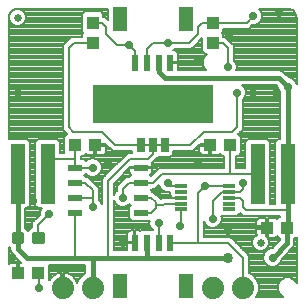
<source format=gtl>
G75*
%MOIN*%
%OFA0B0*%
%FSLAX25Y25*%
%IPPOS*%
%LPD*%
%AMOC8*
5,1,8,0,0,1.08239X$1,22.5*
%
%ADD10R,0.40000X0.12500*%
%ADD11R,0.04331X0.03937*%
%ADD12R,0.04724X0.02362*%
%ADD13R,0.04724X0.07874*%
%ADD14R,0.02362X0.05315*%
%ADD15R,0.03937X0.04331*%
%ADD16R,0.02500X0.05000*%
%ADD17R,0.01600X0.01000*%
%ADD18C,0.07400*%
%ADD19C,0.02500*%
%ADD20R,0.03937X0.01181*%
%ADD21C,0.01181*%
%ADD22R,0.05000X0.20000*%
%ADD23C,0.00800*%
%ADD24C,0.01600*%
%ADD25C,0.03400*%
%ADD26C,0.02900*%
D10*
X0178333Y0111250D03*
D11*
X0159180Y0097500D03*
X0152487Y0097500D03*
X0197487Y0097500D03*
X0204180Y0097500D03*
X0216487Y0070000D03*
X0223180Y0070000D03*
X0140180Y0055000D03*
X0133487Y0055000D03*
D12*
X0152310Y0075000D03*
X0152310Y0080000D03*
X0152310Y0085000D03*
X0152310Y0090000D03*
X0174357Y0090000D03*
X0174357Y0085000D03*
X0174357Y0080000D03*
X0174357Y0075000D03*
D13*
X0167310Y0050531D03*
X0189357Y0050531D03*
X0189357Y0139469D03*
X0167310Y0139469D03*
D14*
X0172428Y0125000D03*
X0176365Y0125000D03*
X0180302Y0125000D03*
X0184239Y0125000D03*
X0184239Y0065000D03*
X0180302Y0065000D03*
X0176365Y0065000D03*
X0172428Y0065000D03*
D15*
X0158333Y0131654D03*
X0158333Y0138346D03*
X0198333Y0138346D03*
X0198333Y0131654D03*
D16*
X0182333Y0097500D03*
X0178333Y0097500D03*
X0174333Y0097500D03*
D17*
X0176333Y0097500D03*
X0180333Y0097500D03*
D18*
X0198333Y0050000D03*
X0208333Y0050000D03*
X0158333Y0050000D03*
X0148333Y0050000D03*
D19*
X0214333Y0065000D03*
X0133333Y0140000D03*
D20*
X0187762Y0083937D03*
X0187762Y0081969D03*
X0187762Y0080000D03*
X0187762Y0078031D03*
X0187762Y0076063D03*
X0203904Y0076063D03*
X0203904Y0078031D03*
X0203904Y0080000D03*
X0203904Y0081969D03*
X0203904Y0083937D03*
D21*
X0138908Y0067878D02*
X0138908Y0065122D01*
X0138908Y0067878D02*
X0141664Y0067878D01*
X0141664Y0065122D01*
X0138908Y0065122D01*
X0138908Y0066302D02*
X0141664Y0066302D01*
X0141664Y0067482D02*
X0138908Y0067482D01*
X0132003Y0067878D02*
X0132003Y0065122D01*
X0132003Y0067878D02*
X0134759Y0067878D01*
X0134759Y0065122D01*
X0132003Y0065122D01*
X0132003Y0066302D02*
X0134759Y0066302D01*
X0134759Y0067482D02*
X0132003Y0067482D01*
D22*
X0133333Y0088000D03*
X0143333Y0088000D03*
X0213333Y0088000D03*
X0223333Y0088000D03*
D23*
X0130333Y0063693D02*
X0130333Y0057960D01*
X0130462Y0058089D01*
X0130781Y0058273D01*
X0131137Y0058368D01*
X0133087Y0058368D01*
X0133087Y0055400D01*
X0133887Y0055400D01*
X0133887Y0058368D01*
X0134571Y0058368D01*
X0131299Y0061641D01*
X0130933Y0062523D01*
X0130933Y0063093D01*
X0130333Y0063693D01*
X0130333Y0063366D02*
X0130661Y0063366D01*
X0130933Y0062567D02*
X0130333Y0062567D01*
X0130333Y0061769D02*
X0131246Y0061769D01*
X0131969Y0060970D02*
X0130333Y0060970D01*
X0130333Y0060172D02*
X0132767Y0060172D01*
X0133566Y0059373D02*
X0130333Y0059373D01*
X0130333Y0058575D02*
X0134365Y0058575D01*
X0133887Y0057776D02*
X0133087Y0057776D01*
X0133087Y0056978D02*
X0133887Y0056978D01*
X0133887Y0056179D02*
X0133087Y0056179D01*
X0140180Y0055000D02*
X0140333Y0054846D01*
X0140333Y0050000D01*
X0143945Y0052621D02*
X0143945Y0057600D01*
X0155933Y0057600D01*
X0155933Y0054743D01*
X0155331Y0054493D01*
X0153840Y0053002D01*
X0153213Y0051487D01*
X0153060Y0051958D01*
X0152695Y0052673D01*
X0152223Y0053322D01*
X0151656Y0053890D01*
X0151006Y0054362D01*
X0150291Y0054726D01*
X0149528Y0054974D01*
X0148735Y0055100D01*
X0148733Y0055100D01*
X0148733Y0050400D01*
X0147933Y0050400D01*
X0147933Y0055100D01*
X0147932Y0055100D01*
X0147139Y0054974D01*
X0146376Y0054726D01*
X0145660Y0054362D01*
X0145011Y0053890D01*
X0144443Y0053322D01*
X0143971Y0052673D01*
X0143945Y0052621D01*
X0143945Y0052985D02*
X0144198Y0052985D01*
X0143945Y0053784D02*
X0144904Y0053784D01*
X0143945Y0054582D02*
X0146093Y0054582D01*
X0147933Y0054582D02*
X0148733Y0054582D01*
X0148733Y0053784D02*
X0147933Y0053784D01*
X0147933Y0052985D02*
X0148733Y0052985D01*
X0148733Y0052187D02*
X0147933Y0052187D01*
X0147933Y0051388D02*
X0148733Y0051388D01*
X0148733Y0050590D02*
X0147933Y0050590D01*
X0151762Y0053784D02*
X0154622Y0053784D01*
X0153833Y0052985D02*
X0152468Y0052985D01*
X0152943Y0052187D02*
X0153502Y0052187D01*
X0155546Y0054582D02*
X0150574Y0054582D01*
X0155933Y0055381D02*
X0143945Y0055381D01*
X0143945Y0056179D02*
X0155933Y0056179D01*
X0155933Y0056978D02*
X0143945Y0056978D01*
X0152310Y0060000D02*
X0153333Y0060000D01*
X0152310Y0060000D02*
X0152310Y0075000D01*
X0158333Y0077000D02*
X0158333Y0080000D01*
X0152310Y0080000D01*
X0158333Y0080000D02*
X0158333Y0082500D01*
X0155833Y0085000D01*
X0152310Y0085000D01*
X0155616Y0087500D02*
X0156068Y0087952D01*
X0156606Y0087414D01*
X0157727Y0086950D01*
X0158940Y0086950D01*
X0160061Y0087414D01*
X0160919Y0088272D01*
X0161383Y0089393D01*
X0161383Y0090607D01*
X0160919Y0091728D01*
X0160061Y0092586D01*
X0158940Y0093050D01*
X0157727Y0093050D01*
X0156606Y0092586D01*
X0156068Y0092048D01*
X0155335Y0092781D01*
X0154487Y0092781D01*
X0154487Y0093931D01*
X0155315Y0093931D01*
X0155975Y0094591D01*
X0156155Y0094411D01*
X0156474Y0094227D01*
X0156830Y0094131D01*
X0158780Y0094131D01*
X0158780Y0097100D01*
X0159580Y0097100D01*
X0159580Y0097900D01*
X0162605Y0097900D01*
X0165005Y0095500D01*
X0166662Y0095500D01*
X0171483Y0095500D01*
X0171483Y0095000D01*
X0170005Y0095000D01*
X0162505Y0087500D01*
X0161333Y0086328D01*
X0161333Y0077727D01*
X0160919Y0078728D01*
X0160333Y0079313D01*
X0160333Y0083328D01*
X0156662Y0087000D01*
X0156116Y0087000D01*
X0155616Y0087500D01*
X0155795Y0087321D02*
X0156831Y0087321D01*
X0157139Y0086523D02*
X0161527Y0086523D01*
X0161333Y0085724D02*
X0157938Y0085724D01*
X0158736Y0084926D02*
X0161333Y0084926D01*
X0161333Y0084127D02*
X0159535Y0084127D01*
X0160333Y0083329D02*
X0161333Y0083329D01*
X0161333Y0082530D02*
X0160333Y0082530D01*
X0160333Y0081732D02*
X0161333Y0081732D01*
X0161333Y0080933D02*
X0160333Y0080933D01*
X0160333Y0080134D02*
X0161333Y0080134D01*
X0161333Y0079336D02*
X0160333Y0079336D01*
X0160998Y0078537D02*
X0161333Y0078537D01*
X0161329Y0077739D02*
X0161333Y0077739D01*
X0165333Y0077739D02*
X0166281Y0077739D01*
X0166606Y0077414D02*
X0167727Y0076950D01*
X0168940Y0076950D01*
X0170061Y0077414D01*
X0170599Y0077952D01*
X0171051Y0077500D01*
X0170395Y0076844D01*
X0170395Y0073156D01*
X0171332Y0072219D01*
X0177330Y0072219D01*
X0177283Y0072107D01*
X0177283Y0070893D01*
X0177748Y0069772D01*
X0178302Y0069218D01*
X0178302Y0069164D01*
X0178209Y0069257D01*
X0174521Y0069257D01*
X0174198Y0068934D01*
X0174149Y0068962D01*
X0173793Y0069057D01*
X0172618Y0069057D01*
X0172618Y0065191D01*
X0172237Y0065191D01*
X0172237Y0069057D01*
X0171062Y0069057D01*
X0170706Y0068962D01*
X0170387Y0068778D01*
X0170126Y0068517D01*
X0169942Y0068198D01*
X0169847Y0067842D01*
X0169847Y0065191D01*
X0172237Y0065191D01*
X0172237Y0064809D01*
X0169847Y0064809D01*
X0169847Y0062400D01*
X0165333Y0062400D01*
X0165333Y0079273D01*
X0165748Y0078272D01*
X0166606Y0077414D01*
X0165333Y0076940D02*
X0170491Y0076940D01*
X0170395Y0076142D02*
X0165333Y0076142D01*
X0165333Y0075343D02*
X0170395Y0075343D01*
X0170395Y0074545D02*
X0165333Y0074545D01*
X0165333Y0073746D02*
X0170395Y0073746D01*
X0170603Y0072948D02*
X0165333Y0072948D01*
X0165333Y0072149D02*
X0177301Y0072149D01*
X0177283Y0071351D02*
X0165333Y0071351D01*
X0165333Y0070552D02*
X0177425Y0070552D01*
X0177766Y0069754D02*
X0165333Y0069754D01*
X0165333Y0068955D02*
X0170695Y0068955D01*
X0169931Y0068157D02*
X0165333Y0068157D01*
X0165333Y0067358D02*
X0169847Y0067358D01*
X0169847Y0066560D02*
X0165333Y0066560D01*
X0165333Y0065761D02*
X0169847Y0065761D01*
X0169847Y0064164D02*
X0165333Y0064164D01*
X0165333Y0063366D02*
X0169847Y0063366D01*
X0169847Y0062567D02*
X0165333Y0062567D01*
X0165333Y0064963D02*
X0172237Y0064963D01*
X0172237Y0065761D02*
X0172618Y0065761D01*
X0172618Y0066560D02*
X0172237Y0066560D01*
X0172237Y0067358D02*
X0172618Y0067358D01*
X0172618Y0068157D02*
X0172237Y0068157D01*
X0172237Y0068955D02*
X0172618Y0068955D01*
X0174161Y0068955D02*
X0174219Y0068955D01*
X0180302Y0071469D02*
X0180333Y0071500D01*
X0180302Y0071469D02*
X0180302Y0065000D01*
X0184239Y0065000D02*
X0193333Y0065000D01*
X0203333Y0065000D01*
X0208333Y0060000D01*
X0208333Y0050000D01*
X0212045Y0053784D02*
X0226333Y0053784D01*
X0226333Y0054582D02*
X0211121Y0054582D01*
X0211336Y0054493D02*
X0210333Y0054908D01*
X0210333Y0060828D01*
X0205333Y0065828D01*
X0204162Y0067000D01*
X0195333Y0067000D01*
X0195333Y0072273D01*
X0195748Y0071272D01*
X0196606Y0070414D01*
X0197727Y0069950D01*
X0198940Y0069950D01*
X0200061Y0070414D01*
X0200919Y0071272D01*
X0201383Y0072393D01*
X0201383Y0073607D01*
X0201273Y0073872D01*
X0206535Y0073872D01*
X0207473Y0074810D01*
X0207473Y0075032D01*
X0208505Y0074000D01*
X0220933Y0074000D01*
X0220933Y0073568D01*
X0220352Y0073568D01*
X0219692Y0072909D01*
X0219512Y0073089D01*
X0219193Y0073273D01*
X0218837Y0073368D01*
X0216887Y0073368D01*
X0216887Y0070400D01*
X0216087Y0070400D01*
X0216087Y0073368D01*
X0214137Y0073368D01*
X0213781Y0073273D01*
X0213462Y0073089D01*
X0213201Y0072828D01*
X0213017Y0072509D01*
X0212922Y0072153D01*
X0212922Y0070400D01*
X0216087Y0070400D01*
X0216087Y0069600D01*
X0216887Y0069600D01*
X0216887Y0066631D01*
X0218837Y0066631D01*
X0219193Y0066727D01*
X0219512Y0066911D01*
X0219692Y0067091D01*
X0220352Y0066431D01*
X0220780Y0066431D01*
X0220780Y0065841D01*
X0217989Y0063050D01*
X0217727Y0063050D01*
X0216606Y0062586D01*
X0215748Y0061728D01*
X0215283Y0060607D01*
X0215283Y0059393D01*
X0215748Y0058272D01*
X0216606Y0057414D01*
X0217727Y0056950D01*
X0218940Y0056950D01*
X0220061Y0057414D01*
X0220919Y0058272D01*
X0221383Y0059393D01*
X0221383Y0059656D01*
X0225214Y0063487D01*
X0225580Y0064369D01*
X0225580Y0066431D01*
X0226008Y0066431D01*
X0226333Y0066757D01*
X0226333Y0051568D01*
X0226192Y0051910D01*
X0225243Y0052858D01*
X0224004Y0053372D01*
X0222663Y0053372D01*
X0221423Y0052858D01*
X0220475Y0051910D01*
X0219962Y0050671D01*
X0219962Y0049329D01*
X0220475Y0048090D01*
X0221423Y0047142D01*
X0221765Y0047000D01*
X0212827Y0047000D01*
X0213633Y0048946D01*
X0213633Y0051054D01*
X0212826Y0053002D01*
X0211336Y0054493D01*
X0210333Y0055381D02*
X0226333Y0055381D01*
X0226333Y0056179D02*
X0210333Y0056179D01*
X0210333Y0056978D02*
X0217660Y0056978D01*
X0219007Y0056978D02*
X0226333Y0056978D01*
X0226333Y0057776D02*
X0220423Y0057776D01*
X0221044Y0058575D02*
X0226333Y0058575D01*
X0226333Y0059373D02*
X0221375Y0059373D01*
X0221899Y0060172D02*
X0226333Y0060172D01*
X0226333Y0060970D02*
X0222698Y0060970D01*
X0223496Y0061769D02*
X0226333Y0061769D01*
X0226333Y0062567D02*
X0224295Y0062567D01*
X0225093Y0063366D02*
X0226333Y0063366D01*
X0226333Y0064164D02*
X0225495Y0064164D01*
X0225580Y0064963D02*
X0226333Y0064963D01*
X0226333Y0065761D02*
X0225580Y0065761D01*
X0226136Y0066560D02*
X0226333Y0066560D01*
X0220701Y0065761D02*
X0217103Y0065761D01*
X0217183Y0065567D02*
X0216749Y0066614D01*
X0216087Y0067277D01*
X0216087Y0069600D01*
X0212922Y0069600D01*
X0212922Y0067847D01*
X0213005Y0067535D01*
X0212719Y0067416D01*
X0211917Y0066614D01*
X0211483Y0065567D01*
X0211483Y0064433D01*
X0211917Y0063386D01*
X0212719Y0062584D01*
X0213766Y0062150D01*
X0214900Y0062150D01*
X0215948Y0062584D01*
X0216749Y0063386D01*
X0217183Y0064433D01*
X0217183Y0065567D01*
X0217183Y0064963D02*
X0219902Y0064963D01*
X0219103Y0064164D02*
X0217072Y0064164D01*
X0216730Y0063366D02*
X0218305Y0063366D01*
X0216587Y0062567D02*
X0215908Y0062567D01*
X0215789Y0061769D02*
X0209393Y0061769D01*
X0208594Y0062567D02*
X0212759Y0062567D01*
X0211937Y0063366D02*
X0207796Y0063366D01*
X0206997Y0064164D02*
X0211595Y0064164D01*
X0211483Y0064963D02*
X0206199Y0064963D01*
X0205400Y0065761D02*
X0211564Y0065761D01*
X0211895Y0066560D02*
X0204602Y0066560D01*
X0200199Y0070552D02*
X0212922Y0070552D01*
X0212922Y0071351D02*
X0200952Y0071351D01*
X0201282Y0072149D02*
X0212922Y0072149D01*
X0213321Y0072948D02*
X0201383Y0072948D01*
X0201325Y0073746D02*
X0220933Y0073746D01*
X0219731Y0072948D02*
X0219653Y0072948D01*
X0216887Y0072948D02*
X0216087Y0072948D01*
X0216087Y0072149D02*
X0216887Y0072149D01*
X0216887Y0071351D02*
X0216087Y0071351D01*
X0216087Y0070552D02*
X0216887Y0070552D01*
X0216087Y0069754D02*
X0195333Y0069754D01*
X0195333Y0070552D02*
X0196468Y0070552D01*
X0195715Y0071351D02*
X0195333Y0071351D01*
X0195333Y0072149D02*
X0195384Y0072149D01*
X0198333Y0073000D02*
X0198333Y0079000D01*
X0201302Y0081969D01*
X0203904Y0081969D01*
X0207302Y0081969D01*
X0208333Y0083000D01*
X0208333Y0085000D01*
X0203904Y0083937D02*
X0195896Y0083937D01*
X0195833Y0084000D01*
X0195896Y0083937D02*
X0193333Y0081374D01*
X0193333Y0065000D01*
X0195333Y0067358D02*
X0212661Y0067358D01*
X0212922Y0068157D02*
X0195333Y0068157D01*
X0195333Y0068955D02*
X0212922Y0068955D01*
X0216087Y0068955D02*
X0216887Y0068955D01*
X0216887Y0068157D02*
X0216087Y0068157D01*
X0216087Y0067358D02*
X0216887Y0067358D01*
X0216772Y0066560D02*
X0220223Y0066560D01*
X0215434Y0060970D02*
X0210192Y0060970D01*
X0210333Y0060172D02*
X0215283Y0060172D01*
X0215292Y0059373D02*
X0210333Y0059373D01*
X0210333Y0058575D02*
X0215622Y0058575D01*
X0216244Y0057776D02*
X0210333Y0057776D01*
X0212834Y0052985D02*
X0221730Y0052985D01*
X0220752Y0052187D02*
X0213164Y0052187D01*
X0213495Y0051388D02*
X0220259Y0051388D01*
X0219962Y0050590D02*
X0213633Y0050590D01*
X0213633Y0049791D02*
X0219962Y0049791D01*
X0220101Y0048993D02*
X0213633Y0048993D01*
X0213322Y0048194D02*
X0220432Y0048194D01*
X0221170Y0047396D02*
X0212991Y0047396D01*
X0224937Y0052985D02*
X0226333Y0052985D01*
X0226333Y0052187D02*
X0225915Y0052187D01*
X0200333Y0060000D02*
X0198333Y0060000D01*
X0187528Y0070695D02*
X0187333Y0070500D01*
X0187762Y0070929D01*
X0187762Y0076063D01*
X0187762Y0078031D02*
X0182365Y0078031D01*
X0181833Y0077500D01*
X0179333Y0077500D01*
X0179333Y0078500D01*
X0177833Y0080000D01*
X0174357Y0080000D01*
X0177663Y0082500D02*
X0178163Y0083000D01*
X0179162Y0083000D01*
X0180363Y0084201D01*
X0180748Y0083272D01*
X0181606Y0082414D01*
X0182727Y0081950D01*
X0183555Y0081950D01*
X0183568Y0081937D01*
X0184194Y0081937D01*
X0184194Y0080715D01*
X0184394Y0080515D01*
X0184394Y0080031D01*
X0181536Y0080031D01*
X0181083Y0079578D01*
X0179833Y0080828D01*
X0178662Y0082000D01*
X0178163Y0082000D01*
X0177663Y0082500D01*
X0177693Y0082530D02*
X0181490Y0082530D01*
X0180724Y0083329D02*
X0179490Y0083329D01*
X0180289Y0084127D02*
X0180394Y0084127D01*
X0179833Y0082000D02*
X0181833Y0080000D01*
X0187762Y0080000D01*
X0184394Y0080134D02*
X0180527Y0080134D01*
X0179729Y0080933D02*
X0184194Y0080933D01*
X0184194Y0081732D02*
X0178930Y0081732D01*
X0178333Y0085000D02*
X0174357Y0085000D01*
X0170333Y0085000D01*
X0168333Y0083000D01*
X0168333Y0080000D01*
X0170386Y0077739D02*
X0170812Y0077739D01*
X0174357Y0075000D02*
X0177833Y0075000D01*
X0179333Y0076500D01*
X0179333Y0077500D01*
X0178333Y0085000D02*
X0181333Y0088000D01*
X0204180Y0088000D01*
X0213333Y0088000D01*
X0217433Y0088120D02*
X0219233Y0088120D01*
X0219233Y0088918D02*
X0217433Y0088918D01*
X0217433Y0089717D02*
X0219233Y0089717D01*
X0219233Y0090515D02*
X0217433Y0090515D01*
X0217433Y0091314D02*
X0219233Y0091314D01*
X0219233Y0092112D02*
X0217433Y0092112D01*
X0217433Y0092911D02*
X0219233Y0092911D01*
X0219233Y0093709D02*
X0217433Y0093709D01*
X0217433Y0094508D02*
X0219233Y0094508D01*
X0219233Y0095306D02*
X0217433Y0095306D01*
X0217433Y0096105D02*
X0219233Y0096105D01*
X0219233Y0096903D02*
X0217433Y0096903D01*
X0217433Y0097702D02*
X0219233Y0097702D01*
X0219233Y0098500D02*
X0217433Y0098500D01*
X0217433Y0098663D02*
X0216496Y0099600D01*
X0210171Y0099600D01*
X0209233Y0098663D01*
X0209233Y0090000D01*
X0206180Y0090000D01*
X0206180Y0093931D01*
X0207008Y0093931D01*
X0207945Y0094869D01*
X0207945Y0100131D01*
X0207008Y0101068D01*
X0206730Y0101068D01*
X0207162Y0101500D01*
X0208333Y0102672D01*
X0208333Y0112687D01*
X0208919Y0113272D01*
X0209383Y0114393D01*
X0209383Y0115607D01*
X0208919Y0116728D01*
X0208061Y0117586D01*
X0208026Y0117600D01*
X0219339Y0117600D01*
X0220283Y0116656D01*
X0220283Y0116393D01*
X0220748Y0115272D01*
X0220933Y0115087D01*
X0220933Y0099600D01*
X0220171Y0099600D01*
X0219233Y0098663D01*
X0219233Y0078000D01*
X0217433Y0078000D01*
X0217433Y0098663D01*
X0216797Y0099299D02*
X0219869Y0099299D01*
X0220933Y0100097D02*
X0207945Y0100097D01*
X0207945Y0099299D02*
X0209869Y0099299D01*
X0209233Y0098500D02*
X0207945Y0098500D01*
X0207945Y0097702D02*
X0209233Y0097702D01*
X0209233Y0096903D02*
X0207945Y0096903D01*
X0207945Y0096105D02*
X0209233Y0096105D01*
X0209233Y0095306D02*
X0207945Y0095306D01*
X0207584Y0094508D02*
X0209233Y0094508D01*
X0209233Y0093709D02*
X0206180Y0093709D01*
X0206180Y0092911D02*
X0209233Y0092911D01*
X0209233Y0092112D02*
X0206180Y0092112D01*
X0206180Y0091314D02*
X0209233Y0091314D01*
X0209233Y0090515D02*
X0206180Y0090515D01*
X0204180Y0088000D02*
X0204180Y0097500D01*
X0207181Y0100896D02*
X0220933Y0100896D01*
X0220933Y0101694D02*
X0207356Y0101694D01*
X0208155Y0102493D02*
X0220933Y0102493D01*
X0220933Y0103291D02*
X0208333Y0103291D01*
X0208333Y0104090D02*
X0220933Y0104090D01*
X0220933Y0104888D02*
X0208333Y0104888D01*
X0208333Y0105687D02*
X0220933Y0105687D01*
X0220933Y0106485D02*
X0208333Y0106485D01*
X0208333Y0107284D02*
X0220933Y0107284D01*
X0220933Y0108082D02*
X0208333Y0108082D01*
X0208333Y0108881D02*
X0220933Y0108881D01*
X0220933Y0109679D02*
X0208333Y0109679D01*
X0208333Y0110478D02*
X0220933Y0110478D01*
X0220933Y0111276D02*
X0208333Y0111276D01*
X0208333Y0112075D02*
X0220933Y0112075D01*
X0220933Y0112873D02*
X0208520Y0112873D01*
X0209085Y0113672D02*
X0220933Y0113672D01*
X0220933Y0114470D02*
X0209383Y0114470D01*
X0209383Y0115269D02*
X0220751Y0115269D01*
X0220418Y0116068D02*
X0209192Y0116068D01*
X0208781Y0116866D02*
X0220073Y0116866D01*
X0225061Y0119586D02*
X0225919Y0118728D01*
X0226333Y0117727D01*
X0226333Y0140000D01*
X0226276Y0140585D01*
X0225828Y0141667D01*
X0225000Y0142494D01*
X0223919Y0142942D01*
X0223333Y0143000D01*
X0213647Y0143000D01*
X0214419Y0142228D01*
X0214883Y0141107D01*
X0214883Y0139893D01*
X0214419Y0138772D01*
X0213561Y0137914D01*
X0212440Y0137450D01*
X0211612Y0137450D01*
X0210508Y0136346D01*
X0201902Y0136346D01*
X0201902Y0135518D01*
X0201383Y0135000D01*
X0201902Y0134482D01*
X0201902Y0133654D01*
X0202508Y0133654D01*
X0204162Y0132000D01*
X0204162Y0132000D01*
X0205333Y0130828D01*
X0205333Y0125813D01*
X0205919Y0125228D01*
X0206383Y0124107D01*
X0206383Y0122893D01*
X0206179Y0122400D01*
X0220811Y0122400D01*
X0221693Y0122035D01*
X0223677Y0120050D01*
X0223940Y0120050D01*
X0225061Y0119586D01*
X0225385Y0119262D02*
X0226333Y0119262D01*
X0226333Y0120060D02*
X0223667Y0120060D01*
X0222869Y0120859D02*
X0226333Y0120859D01*
X0226333Y0121657D02*
X0222070Y0121657D01*
X0226333Y0122456D02*
X0206202Y0122456D01*
X0206383Y0123254D02*
X0226333Y0123254D01*
X0226333Y0124053D02*
X0206383Y0124053D01*
X0206075Y0124851D02*
X0226333Y0124851D01*
X0226333Y0125650D02*
X0205497Y0125650D01*
X0205333Y0126448D02*
X0226333Y0126448D01*
X0226333Y0127247D02*
X0205333Y0127247D01*
X0205333Y0128045D02*
X0226333Y0128045D01*
X0226333Y0128844D02*
X0205333Y0128844D01*
X0205333Y0129642D02*
X0226333Y0129642D01*
X0226333Y0130441D02*
X0205333Y0130441D01*
X0204923Y0131239D02*
X0226333Y0131239D01*
X0226333Y0132038D02*
X0204124Y0132038D01*
X0203325Y0132836D02*
X0226333Y0132836D01*
X0226333Y0133635D02*
X0202527Y0133635D01*
X0201902Y0134433D02*
X0226333Y0134433D01*
X0226333Y0135232D02*
X0201615Y0135232D01*
X0201902Y0136030D02*
X0226333Y0136030D01*
X0226333Y0136829D02*
X0210991Y0136829D01*
X0209680Y0138346D02*
X0211833Y0140500D01*
X0209680Y0138346D02*
X0198333Y0138346D01*
X0194680Y0138346D01*
X0193333Y0137000D01*
X0193333Y0134500D01*
X0190333Y0131500D01*
X0183333Y0131500D01*
X0178333Y0131500D01*
X0176365Y0129531D01*
X0176365Y0125000D01*
X0172428Y0125000D02*
X0172428Y0128906D01*
X0170333Y0131000D01*
X0166333Y0131000D01*
X0162833Y0134500D01*
X0162833Y0137000D01*
X0161487Y0138346D01*
X0158333Y0138346D01*
X0154765Y0138426D02*
X0135766Y0138426D01*
X0135749Y0138386D02*
X0136183Y0139433D01*
X0136183Y0140567D01*
X0135749Y0141614D01*
X0134948Y0142416D01*
X0133900Y0142850D01*
X0132766Y0142850D01*
X0131719Y0142416D01*
X0130917Y0141614D01*
X0130483Y0140567D01*
X0130483Y0139433D01*
X0130917Y0138386D01*
X0131719Y0137584D01*
X0132766Y0137150D01*
X0133900Y0137150D01*
X0134948Y0137584D01*
X0135749Y0138386D01*
X0136097Y0139224D02*
X0154765Y0139224D01*
X0154765Y0140023D02*
X0136183Y0140023D01*
X0136078Y0140821D02*
X0154765Y0140821D01*
X0154765Y0141175D02*
X0154765Y0135518D01*
X0155283Y0135000D01*
X0154765Y0134482D01*
X0154765Y0133654D01*
X0151158Y0133654D01*
X0149987Y0132482D01*
X0148333Y0130828D01*
X0148333Y0102672D01*
X0149505Y0101500D01*
X0149936Y0101068D01*
X0149659Y0101068D01*
X0148722Y0100131D01*
X0148722Y0095000D01*
X0147433Y0095000D01*
X0147433Y0098663D01*
X0146496Y0099600D01*
X0140171Y0099600D01*
X0139233Y0098663D01*
X0139233Y0077337D01*
X0140171Y0076400D01*
X0141420Y0076400D01*
X0141248Y0076228D01*
X0140783Y0075107D01*
X0140783Y0074278D01*
X0138286Y0071781D01*
X0138286Y0070068D01*
X0138001Y0070068D01*
X0136833Y0068901D01*
X0135887Y0069847D01*
X0135887Y0076400D01*
X0136496Y0076400D01*
X0137433Y0077337D01*
X0137433Y0098663D01*
X0136496Y0099600D01*
X0130333Y0099600D01*
X0130333Y0140000D01*
X0130391Y0140585D01*
X0130839Y0141667D01*
X0131667Y0142494D01*
X0132748Y0142942D01*
X0133333Y0143000D01*
X0163348Y0143000D01*
X0163348Y0139314D01*
X0162315Y0140346D01*
X0161902Y0140346D01*
X0161902Y0141175D01*
X0160965Y0142112D01*
X0155702Y0142112D01*
X0154765Y0141175D01*
X0155210Y0141620D02*
X0135744Y0141620D01*
X0134942Y0142418D02*
X0163348Y0142418D01*
X0163348Y0141620D02*
X0161456Y0141620D01*
X0161902Y0140821D02*
X0163348Y0140821D01*
X0163348Y0140023D02*
X0162639Y0140023D01*
X0154765Y0137627D02*
X0134991Y0137627D01*
X0131676Y0137627D02*
X0130333Y0137627D01*
X0130333Y0136829D02*
X0154765Y0136829D01*
X0154765Y0136030D02*
X0130333Y0136030D01*
X0130333Y0135232D02*
X0155051Y0135232D01*
X0154765Y0134433D02*
X0130333Y0134433D01*
X0130333Y0133635D02*
X0151140Y0133635D01*
X0150341Y0132836D02*
X0130333Y0132836D01*
X0130333Y0132038D02*
X0149543Y0132038D01*
X0148744Y0131239D02*
X0130333Y0131239D01*
X0130333Y0130441D02*
X0148333Y0130441D01*
X0148333Y0129642D02*
X0130333Y0129642D01*
X0130333Y0128844D02*
X0148333Y0128844D01*
X0148333Y0128045D02*
X0130333Y0128045D01*
X0130333Y0127247D02*
X0148333Y0127247D01*
X0148333Y0126448D02*
X0130333Y0126448D01*
X0130333Y0125650D02*
X0148333Y0125650D01*
X0148333Y0124851D02*
X0130333Y0124851D01*
X0130333Y0124053D02*
X0148333Y0124053D01*
X0148333Y0123254D02*
X0130333Y0123254D01*
X0130333Y0122456D02*
X0148333Y0122456D01*
X0148333Y0121657D02*
X0130333Y0121657D01*
X0130333Y0120859D02*
X0148333Y0120859D01*
X0148333Y0120060D02*
X0130333Y0120060D01*
X0130333Y0119262D02*
X0148333Y0119262D01*
X0148333Y0118463D02*
X0130333Y0118463D01*
X0130333Y0117665D02*
X0148333Y0117665D01*
X0148333Y0116866D02*
X0130333Y0116866D01*
X0130333Y0116068D02*
X0148333Y0116068D01*
X0148333Y0115269D02*
X0130333Y0115269D01*
X0130333Y0114470D02*
X0148333Y0114470D01*
X0148333Y0113672D02*
X0130333Y0113672D01*
X0130333Y0112873D02*
X0148333Y0112873D01*
X0148333Y0112075D02*
X0130333Y0112075D01*
X0130333Y0111276D02*
X0148333Y0111276D01*
X0148333Y0110478D02*
X0130333Y0110478D01*
X0130333Y0109679D02*
X0148333Y0109679D01*
X0148333Y0108881D02*
X0130333Y0108881D01*
X0130333Y0108082D02*
X0148333Y0108082D01*
X0148333Y0107284D02*
X0130333Y0107284D01*
X0130333Y0106485D02*
X0148333Y0106485D01*
X0148333Y0105687D02*
X0130333Y0105687D01*
X0130333Y0104888D02*
X0148333Y0104888D01*
X0148333Y0104090D02*
X0130333Y0104090D01*
X0130333Y0103291D02*
X0148333Y0103291D01*
X0148512Y0102493D02*
X0130333Y0102493D01*
X0130333Y0101694D02*
X0149311Y0101694D01*
X0149486Y0100896D02*
X0130333Y0100896D01*
X0130333Y0100097D02*
X0148722Y0100097D01*
X0148722Y0099299D02*
X0146797Y0099299D01*
X0147433Y0098500D02*
X0148722Y0098500D01*
X0148722Y0097702D02*
X0147433Y0097702D01*
X0147433Y0096903D02*
X0148722Y0096903D01*
X0148722Y0096105D02*
X0147433Y0096105D01*
X0147433Y0095306D02*
X0148722Y0095306D01*
X0152487Y0097500D02*
X0152487Y0093000D01*
X0143333Y0093000D01*
X0143333Y0088000D01*
X0139233Y0088120D02*
X0137433Y0088120D01*
X0137433Y0088918D02*
X0139233Y0088918D01*
X0139233Y0089717D02*
X0137433Y0089717D01*
X0137433Y0090515D02*
X0139233Y0090515D01*
X0139233Y0091314D02*
X0137433Y0091314D01*
X0137433Y0092112D02*
X0139233Y0092112D01*
X0139233Y0092911D02*
X0137433Y0092911D01*
X0137433Y0093709D02*
X0139233Y0093709D01*
X0139233Y0094508D02*
X0137433Y0094508D01*
X0137433Y0095306D02*
X0139233Y0095306D01*
X0139233Y0096105D02*
X0137433Y0096105D01*
X0137433Y0096903D02*
X0139233Y0096903D01*
X0139233Y0097702D02*
X0137433Y0097702D01*
X0137433Y0098500D02*
X0139233Y0098500D01*
X0139869Y0099299D02*
X0136797Y0099299D01*
X0150333Y0103500D02*
X0150333Y0130000D01*
X0151987Y0131654D01*
X0158333Y0131654D01*
X0184429Y0125191D02*
X0186820Y0125191D01*
X0186820Y0127842D01*
X0186725Y0128198D01*
X0186540Y0128517D01*
X0186280Y0128778D01*
X0185960Y0128962D01*
X0185604Y0129057D01*
X0185204Y0129057D01*
X0185647Y0129500D01*
X0191162Y0129500D01*
X0192333Y0130672D01*
X0194765Y0133103D01*
X0194765Y0128825D01*
X0195702Y0127888D01*
X0196496Y0127888D01*
X0196423Y0127858D01*
X0195475Y0126910D01*
X0194962Y0125671D01*
X0194962Y0124329D01*
X0195475Y0123090D01*
X0196165Y0122400D01*
X0186820Y0122400D01*
X0186820Y0124809D01*
X0184429Y0124809D01*
X0184429Y0125191D01*
X0184429Y0124851D02*
X0194962Y0124851D01*
X0194962Y0125650D02*
X0186820Y0125650D01*
X0186820Y0126448D02*
X0195284Y0126448D01*
X0195812Y0127247D02*
X0186820Y0127247D01*
X0186765Y0128045D02*
X0195545Y0128045D01*
X0194765Y0128844D02*
X0186165Y0128844D01*
X0191304Y0129642D02*
X0194765Y0129642D01*
X0194765Y0130441D02*
X0192102Y0130441D01*
X0192901Y0131239D02*
X0194765Y0131239D01*
X0194765Y0132038D02*
X0193699Y0132038D01*
X0194498Y0132836D02*
X0194765Y0132836D01*
X0198333Y0131654D02*
X0201680Y0131654D01*
X0203333Y0130000D01*
X0203333Y0123500D01*
X0196109Y0122456D02*
X0186820Y0122456D01*
X0186820Y0123254D02*
X0195407Y0123254D01*
X0195076Y0124053D02*
X0186820Y0124053D01*
X0206333Y0115000D02*
X0206333Y0103500D01*
X0204833Y0102000D01*
X0195333Y0102000D01*
X0190833Y0097500D01*
X0182333Y0097500D01*
X0185183Y0095500D02*
X0191662Y0095500D01*
X0194062Y0097900D01*
X0197087Y0097900D01*
X0197087Y0097100D01*
X0197887Y0097100D01*
X0197887Y0094131D01*
X0199837Y0094131D01*
X0200193Y0094227D01*
X0200512Y0094411D01*
X0200692Y0094591D01*
X0201352Y0093931D01*
X0202180Y0093931D01*
X0202180Y0090000D01*
X0180505Y0090000D01*
X0177834Y0087329D01*
X0177506Y0087657D01*
X0177579Y0087699D01*
X0177839Y0087959D01*
X0178024Y0088279D01*
X0178119Y0088635D01*
X0178119Y0089809D01*
X0174548Y0089809D01*
X0174548Y0090191D01*
X0178119Y0090191D01*
X0178119Y0091365D01*
X0178100Y0091438D01*
X0180062Y0093400D01*
X0180246Y0093400D01*
X0180333Y0093487D01*
X0180421Y0093400D01*
X0184246Y0093400D01*
X0185183Y0094337D01*
X0185183Y0095500D01*
X0185183Y0095306D02*
X0193932Y0095306D01*
X0193922Y0095347D02*
X0194017Y0094991D01*
X0194201Y0094672D01*
X0194462Y0094411D01*
X0194781Y0094227D01*
X0195137Y0094131D01*
X0197087Y0094131D01*
X0197087Y0097100D01*
X0193922Y0097100D01*
X0193922Y0095347D01*
X0193922Y0096105D02*
X0192266Y0096105D01*
X0193065Y0096903D02*
X0193922Y0096903D01*
X0193863Y0097702D02*
X0197087Y0097702D01*
X0197087Y0096903D02*
X0197887Y0096903D01*
X0197887Y0096105D02*
X0197087Y0096105D01*
X0197087Y0095306D02*
X0197887Y0095306D01*
X0197887Y0094508D02*
X0197087Y0094508D01*
X0194365Y0094508D02*
X0185183Y0094508D01*
X0184555Y0093709D02*
X0202180Y0093709D01*
X0202180Y0092911D02*
X0179572Y0092911D01*
X0178774Y0092112D02*
X0202180Y0092112D01*
X0202180Y0091314D02*
X0178119Y0091314D01*
X0178119Y0090515D02*
X0202180Y0090515D01*
X0200775Y0094508D02*
X0200608Y0094508D01*
X0187762Y0083937D02*
X0184396Y0083937D01*
X0183333Y0085000D01*
X0179423Y0088918D02*
X0178119Y0088918D01*
X0178119Y0089717D02*
X0180222Y0089717D01*
X0178625Y0088120D02*
X0177932Y0088120D01*
X0174166Y0089809D02*
X0174166Y0090191D01*
X0170852Y0090191D01*
X0165333Y0084672D01*
X0165333Y0080727D01*
X0165748Y0081728D01*
X0166333Y0082313D01*
X0166333Y0083828D01*
X0167505Y0085000D01*
X0169505Y0087000D01*
X0170551Y0087000D01*
X0171208Y0087657D01*
X0171135Y0087699D01*
X0170874Y0087959D01*
X0170690Y0088279D01*
X0170595Y0088635D01*
X0170595Y0089809D01*
X0174166Y0089809D01*
X0170595Y0089717D02*
X0170378Y0089717D01*
X0170595Y0088918D02*
X0169580Y0088918D01*
X0168781Y0088120D02*
X0170782Y0088120D01*
X0170872Y0087321D02*
X0167983Y0087321D01*
X0167184Y0086523D02*
X0169027Y0086523D01*
X0168229Y0085724D02*
X0166386Y0085724D01*
X0165587Y0084926D02*
X0167430Y0084926D01*
X0166632Y0084127D02*
X0165333Y0084127D01*
X0165333Y0083329D02*
X0166333Y0083329D01*
X0166333Y0082530D02*
X0165333Y0082530D01*
X0165333Y0081732D02*
X0165752Y0081732D01*
X0165419Y0080933D02*
X0165333Y0080933D01*
X0165333Y0078537D02*
X0165638Y0078537D01*
X0163333Y0085500D02*
X0163333Y0060500D01*
X0163833Y0060000D01*
X0140286Y0066500D02*
X0140286Y0070953D01*
X0143833Y0074500D01*
X0140783Y0074545D02*
X0135887Y0074545D01*
X0135887Y0075343D02*
X0140881Y0075343D01*
X0141212Y0076142D02*
X0135887Y0076142D01*
X0137037Y0076940D02*
X0139630Y0076940D01*
X0139233Y0077739D02*
X0137433Y0077739D01*
X0137433Y0078537D02*
X0139233Y0078537D01*
X0139233Y0079336D02*
X0137433Y0079336D01*
X0137433Y0080134D02*
X0139233Y0080134D01*
X0139233Y0080933D02*
X0137433Y0080933D01*
X0137433Y0081732D02*
X0139233Y0081732D01*
X0139233Y0082530D02*
X0137433Y0082530D01*
X0137433Y0083329D02*
X0139233Y0083329D01*
X0139233Y0084127D02*
X0137433Y0084127D01*
X0137433Y0084926D02*
X0139233Y0084926D01*
X0139233Y0085724D02*
X0137433Y0085724D01*
X0137433Y0086523D02*
X0139233Y0086523D01*
X0139233Y0087321D02*
X0137433Y0087321D01*
X0152310Y0090000D02*
X0158333Y0090000D01*
X0156132Y0092112D02*
X0156004Y0092112D01*
X0157390Y0092911D02*
X0154487Y0092911D01*
X0154487Y0093709D02*
X0168714Y0093709D01*
X0167916Y0092911D02*
X0159276Y0092911D01*
X0159580Y0094131D02*
X0161529Y0094131D01*
X0161886Y0094227D01*
X0162205Y0094411D01*
X0162465Y0094672D01*
X0162650Y0094991D01*
X0162745Y0095347D01*
X0162745Y0097100D01*
X0159580Y0097100D01*
X0159580Y0094131D01*
X0159580Y0094508D02*
X0158780Y0094508D01*
X0158780Y0095306D02*
X0159580Y0095306D01*
X0159580Y0096105D02*
X0158780Y0096105D01*
X0158780Y0096903D02*
X0159580Y0096903D01*
X0159580Y0097702D02*
X0162803Y0097702D01*
X0162745Y0096903D02*
X0163602Y0096903D01*
X0164400Y0096105D02*
X0162745Y0096105D01*
X0162734Y0095306D02*
X0171483Y0095306D01*
X0169513Y0094508D02*
X0162301Y0094508D01*
X0160534Y0092112D02*
X0167117Y0092112D01*
X0166319Y0091314D02*
X0161090Y0091314D01*
X0161383Y0090515D02*
X0165520Y0090515D01*
X0164722Y0089717D02*
X0161383Y0089717D01*
X0161186Y0088918D02*
X0163923Y0088918D01*
X0163125Y0088120D02*
X0160766Y0088120D01*
X0159836Y0087321D02*
X0162326Y0087321D01*
X0163333Y0085500D02*
X0170833Y0093000D01*
X0176833Y0093000D01*
X0178333Y0094500D01*
X0178333Y0097500D01*
X0174333Y0097500D02*
X0165833Y0097500D01*
X0161333Y0102000D01*
X0151833Y0102000D01*
X0150333Y0103500D01*
X0155891Y0094508D02*
X0156058Y0094508D01*
X0152487Y0093000D02*
X0152487Y0090177D01*
X0152310Y0090000D01*
X0140251Y0073746D02*
X0135887Y0073746D01*
X0135887Y0072948D02*
X0139453Y0072948D01*
X0138654Y0072149D02*
X0135887Y0072149D01*
X0135887Y0071351D02*
X0138286Y0071351D01*
X0138286Y0070552D02*
X0135887Y0070552D01*
X0135980Y0069754D02*
X0137686Y0069754D01*
X0136888Y0068955D02*
X0136779Y0068955D01*
X0203904Y0080000D02*
X0207333Y0080000D01*
X0208333Y0079000D01*
X0208333Y0077000D01*
X0209333Y0076000D01*
X0223333Y0076000D01*
X0219233Y0078537D02*
X0217433Y0078537D01*
X0217433Y0079336D02*
X0219233Y0079336D01*
X0219233Y0080134D02*
X0217433Y0080134D01*
X0217433Y0080933D02*
X0219233Y0080933D01*
X0219233Y0081732D02*
X0217433Y0081732D01*
X0217433Y0082530D02*
X0219233Y0082530D01*
X0219233Y0083329D02*
X0217433Y0083329D01*
X0217433Y0084127D02*
X0219233Y0084127D01*
X0219233Y0084926D02*
X0217433Y0084926D01*
X0217433Y0085724D02*
X0219233Y0085724D01*
X0219233Y0086523D02*
X0217433Y0086523D01*
X0217433Y0087321D02*
X0219233Y0087321D01*
X0207960Y0074545D02*
X0207208Y0074545D01*
X0226029Y0118463D02*
X0226333Y0118463D01*
X0226333Y0137627D02*
X0212868Y0137627D01*
X0214073Y0138426D02*
X0226333Y0138426D01*
X0226333Y0139224D02*
X0214606Y0139224D01*
X0214883Y0140023D02*
X0226331Y0140023D01*
X0226178Y0140821D02*
X0214883Y0140821D01*
X0214671Y0141620D02*
X0225847Y0141620D01*
X0225076Y0142418D02*
X0214228Y0142418D01*
X0131724Y0142418D02*
X0131591Y0142418D01*
X0130923Y0141620D02*
X0130820Y0141620D01*
X0130589Y0140821D02*
X0130489Y0140821D01*
X0130483Y0140023D02*
X0130336Y0140023D01*
X0130333Y0139224D02*
X0130570Y0139224D01*
X0130333Y0138426D02*
X0130901Y0138426D01*
D24*
X0180302Y0125000D02*
X0180302Y0122031D01*
X0182333Y0120000D01*
X0220333Y0120000D01*
X0223333Y0117000D01*
X0223333Y0088000D01*
X0223333Y0076000D01*
X0223333Y0070000D01*
X0223180Y0070000D01*
X0223180Y0064846D01*
X0218333Y0060000D01*
X0203333Y0060000D02*
X0198333Y0060000D01*
X0176365Y0060000D01*
X0176365Y0065000D01*
X0176365Y0060000D02*
X0163833Y0060000D01*
X0158333Y0060000D01*
X0158333Y0050000D01*
X0158333Y0060000D02*
X0153333Y0060000D01*
X0136333Y0060000D01*
X0133333Y0063000D01*
X0133333Y0067346D01*
X0133381Y0067346D01*
X0133381Y0066500D01*
X0133487Y0066606D01*
X0133487Y0092846D01*
X0133333Y0092846D01*
X0133333Y0088000D01*
X0133333Y0085000D01*
D25*
X0203333Y0060000D03*
D26*
X0218333Y0060000D03*
X0203333Y0069000D03*
X0198333Y0073000D03*
X0187333Y0070500D03*
X0180333Y0071500D03*
X0168333Y0065000D03*
X0158333Y0077000D03*
X0168333Y0080000D03*
X0179833Y0082000D03*
X0183333Y0085000D03*
X0193333Y0092000D03*
X0195833Y0084000D03*
X0208333Y0085000D03*
X0163333Y0091500D03*
X0158333Y0090000D03*
X0138333Y0079000D03*
X0143833Y0074500D03*
X0131333Y0060000D03*
X0140333Y0050000D03*
X0133333Y0115000D03*
X0170333Y0131000D03*
X0183333Y0131500D03*
X0193333Y0126000D03*
X0203333Y0123500D03*
X0206333Y0115000D03*
X0211833Y0115000D03*
X0219333Y0115000D03*
X0223333Y0117000D03*
X0203833Y0133500D03*
X0211833Y0140500D03*
X0220333Y0141500D03*
M02*

</source>
